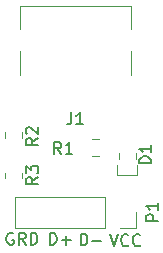
<source format=gbr>
G04 #@! TF.GenerationSoftware,KiCad,Pcbnew,(6.0.0)*
G04 #@! TF.CreationDate,2022-02-20T02:17:19+04:00*
G04 #@! TF.ProjectId,USB-C breakout,5553422d-4320-4627-9265-616b6f75742e,rev?*
G04 #@! TF.SameCoordinates,Original*
G04 #@! TF.FileFunction,Legend,Top*
G04 #@! TF.FilePolarity,Positive*
%FSLAX46Y46*%
G04 Gerber Fmt 4.6, Leading zero omitted, Abs format (unit mm)*
G04 Created by KiCad (PCBNEW (6.0.0)) date 2022-02-20 02:17:19*
%MOMM*%
%LPD*%
G01*
G04 APERTURE LIST*
%ADD10C,0.120000*%
%ADD11C,0.150000*%
G04 APERTURE END LIST*
D10*
X116649500Y-63373000D02*
X116649500Y-62484000D01*
X118364000Y-63373000D02*
X118364000Y-62484000D01*
X116649500Y-63373000D02*
X118364000Y-63373000D01*
D11*
X116014666Y-68349880D02*
X116348000Y-69349880D01*
X116681333Y-68349880D01*
X117586095Y-69254642D02*
X117538476Y-69302261D01*
X117395619Y-69349880D01*
X117300380Y-69349880D01*
X117157523Y-69302261D01*
X117062285Y-69207023D01*
X117014666Y-69111785D01*
X116967047Y-68921309D01*
X116967047Y-68778452D01*
X117014666Y-68587976D01*
X117062285Y-68492738D01*
X117157523Y-68397500D01*
X117300380Y-68349880D01*
X117395619Y-68349880D01*
X117538476Y-68397500D01*
X117586095Y-68445119D01*
X118586095Y-69254642D02*
X118538476Y-69302261D01*
X118395619Y-69349880D01*
X118300380Y-69349880D01*
X118157523Y-69302261D01*
X118062285Y-69207023D01*
X118014666Y-69111785D01*
X117967047Y-68921309D01*
X117967047Y-68778452D01*
X118014666Y-68587976D01*
X118062285Y-68492738D01*
X118157523Y-68397500D01*
X118300380Y-68349880D01*
X118395619Y-68349880D01*
X118538476Y-68397500D01*
X118586095Y-68445119D01*
X113546047Y-69286380D02*
X113546047Y-68286380D01*
X113784142Y-68286380D01*
X113927000Y-68334000D01*
X114022238Y-68429238D01*
X114069857Y-68524476D01*
X114117476Y-68714952D01*
X114117476Y-68857809D01*
X114069857Y-69048285D01*
X114022238Y-69143523D01*
X113927000Y-69238761D01*
X113784142Y-69286380D01*
X113546047Y-69286380D01*
X114546047Y-68905428D02*
X115307952Y-68905428D01*
X110942547Y-69222880D02*
X110942547Y-68222880D01*
X111180642Y-68222880D01*
X111323500Y-68270500D01*
X111418738Y-68365738D01*
X111466357Y-68460976D01*
X111513976Y-68651452D01*
X111513976Y-68794309D01*
X111466357Y-68984785D01*
X111418738Y-69080023D01*
X111323500Y-69175261D01*
X111180642Y-69222880D01*
X110942547Y-69222880D01*
X111942547Y-68841928D02*
X112704452Y-68841928D01*
X112323500Y-69222880D02*
X112323500Y-68460976D01*
X107846904Y-68270500D02*
X107751666Y-68222880D01*
X107608809Y-68222880D01*
X107465952Y-68270500D01*
X107370714Y-68365738D01*
X107323095Y-68460976D01*
X107275476Y-68651452D01*
X107275476Y-68794309D01*
X107323095Y-68984785D01*
X107370714Y-69080023D01*
X107465952Y-69175261D01*
X107608809Y-69222880D01*
X107704047Y-69222880D01*
X107846904Y-69175261D01*
X107894523Y-69127642D01*
X107894523Y-68794309D01*
X107704047Y-68794309D01*
X108894523Y-69222880D02*
X108561190Y-68746690D01*
X108323095Y-69222880D02*
X108323095Y-68222880D01*
X108704047Y-68222880D01*
X108799285Y-68270500D01*
X108846904Y-68318119D01*
X108894523Y-68413357D01*
X108894523Y-68556214D01*
X108846904Y-68651452D01*
X108799285Y-68699071D01*
X108704047Y-68746690D01*
X108323095Y-68746690D01*
X109323095Y-69222880D02*
X109323095Y-68222880D01*
X109561190Y-68222880D01*
X109704047Y-68270500D01*
X109799285Y-68365738D01*
X109846904Y-68460976D01*
X109894523Y-68651452D01*
X109894523Y-68794309D01*
X109846904Y-68984785D01*
X109799285Y-69080023D01*
X109704047Y-69175261D01*
X109561190Y-69222880D01*
X109323095Y-69222880D01*
X109952380Y-63516666D02*
X109476190Y-63850000D01*
X109952380Y-64088095D02*
X108952380Y-64088095D01*
X108952380Y-63707142D01*
X109000000Y-63611904D01*
X109047619Y-63564285D01*
X109142857Y-63516666D01*
X109285714Y-63516666D01*
X109380952Y-63564285D01*
X109428571Y-63611904D01*
X109476190Y-63707142D01*
X109476190Y-64088095D01*
X108952380Y-63183333D02*
X108952380Y-62564285D01*
X109333333Y-62897619D01*
X109333333Y-62754761D01*
X109380952Y-62659523D01*
X109428571Y-62611904D01*
X109523809Y-62564285D01*
X109761904Y-62564285D01*
X109857142Y-62611904D01*
X109904761Y-62659523D01*
X109952380Y-62754761D01*
X109952380Y-63040476D01*
X109904761Y-63135714D01*
X109857142Y-63183333D01*
X109902380Y-60216666D02*
X109426190Y-60550000D01*
X109902380Y-60788095D02*
X108902380Y-60788095D01*
X108902380Y-60407142D01*
X108950000Y-60311904D01*
X108997619Y-60264285D01*
X109092857Y-60216666D01*
X109235714Y-60216666D01*
X109330952Y-60264285D01*
X109378571Y-60311904D01*
X109426190Y-60407142D01*
X109426190Y-60788095D01*
X108997619Y-59835714D02*
X108950000Y-59788095D01*
X108902380Y-59692857D01*
X108902380Y-59454761D01*
X108950000Y-59359523D01*
X108997619Y-59311904D01*
X109092857Y-59264285D01*
X109188095Y-59264285D01*
X109330952Y-59311904D01*
X109902380Y-59883333D01*
X109902380Y-59264285D01*
X120125880Y-67222595D02*
X119125880Y-67222595D01*
X119125880Y-66841642D01*
X119173500Y-66746404D01*
X119221119Y-66698785D01*
X119316357Y-66651166D01*
X119459214Y-66651166D01*
X119554452Y-66698785D01*
X119602071Y-66746404D01*
X119649690Y-66841642D01*
X119649690Y-67222595D01*
X120125880Y-65698785D02*
X120125880Y-66270214D01*
X120125880Y-65984500D02*
X119125880Y-65984500D01*
X119268738Y-66079738D01*
X119363976Y-66174976D01*
X119411595Y-66270214D01*
X119514880Y-62333095D02*
X118514880Y-62333095D01*
X118514880Y-62095000D01*
X118562500Y-61952142D01*
X118657738Y-61856904D01*
X118752976Y-61809285D01*
X118943452Y-61761666D01*
X119086309Y-61761666D01*
X119276785Y-61809285D01*
X119372023Y-61856904D01*
X119467261Y-61952142D01*
X119514880Y-62095000D01*
X119514880Y-62333095D01*
X119514880Y-60809285D02*
X119514880Y-61380714D01*
X119514880Y-61095000D02*
X118514880Y-61095000D01*
X118657738Y-61190238D01*
X118752976Y-61285476D01*
X118800595Y-61380714D01*
X111910833Y-61539380D02*
X111577500Y-61063190D01*
X111339404Y-61539380D02*
X111339404Y-60539380D01*
X111720357Y-60539380D01*
X111815595Y-60587000D01*
X111863214Y-60634619D01*
X111910833Y-60729857D01*
X111910833Y-60872714D01*
X111863214Y-60967952D01*
X111815595Y-61015571D01*
X111720357Y-61063190D01*
X111339404Y-61063190D01*
X112863214Y-61539380D02*
X112291785Y-61539380D01*
X112577500Y-61539380D02*
X112577500Y-60539380D01*
X112482261Y-60682238D01*
X112387023Y-60777476D01*
X112291785Y-60825095D01*
X112758166Y-58037880D02*
X112758166Y-58752166D01*
X112710547Y-58895023D01*
X112615309Y-58990261D01*
X112472452Y-59037880D01*
X112377214Y-59037880D01*
X113758166Y-59037880D02*
X113186738Y-59037880D01*
X113472452Y-59037880D02*
X113472452Y-58037880D01*
X113377214Y-58180738D01*
X113281976Y-58275976D01*
X113186738Y-58323595D01*
D10*
X108585000Y-63122936D02*
X108585000Y-63577064D01*
X107115000Y-63122936D02*
X107115000Y-63577064D01*
X108585000Y-60164564D02*
X108585000Y-59710436D01*
X107115000Y-60164564D02*
X107115000Y-59710436D01*
X118233500Y-66484500D02*
X118233500Y-67814500D01*
X118233500Y-67814500D02*
X116903500Y-67814500D01*
X115633500Y-67814500D02*
X107953500Y-67814500D01*
X107953500Y-65154500D02*
X107953500Y-67814500D01*
X115633500Y-65154500D02*
X107953500Y-65154500D01*
X115633500Y-65154500D02*
X115633500Y-67814500D01*
X116828500Y-61995578D02*
X116828500Y-61478422D01*
X118248500Y-61995578D02*
X118248500Y-61478422D01*
X115066578Y-61733500D02*
X114549422Y-61733500D01*
X115066578Y-60313500D02*
X114549422Y-60313500D01*
X117791500Y-50940500D02*
X117791500Y-49040500D01*
X117791500Y-54840500D02*
X117791500Y-52840500D01*
X108391500Y-50940500D02*
X108391500Y-49040500D01*
X108391500Y-54840500D02*
X108391500Y-52840500D01*
X117791500Y-49040500D02*
X108391500Y-49040500D01*
M02*

</source>
